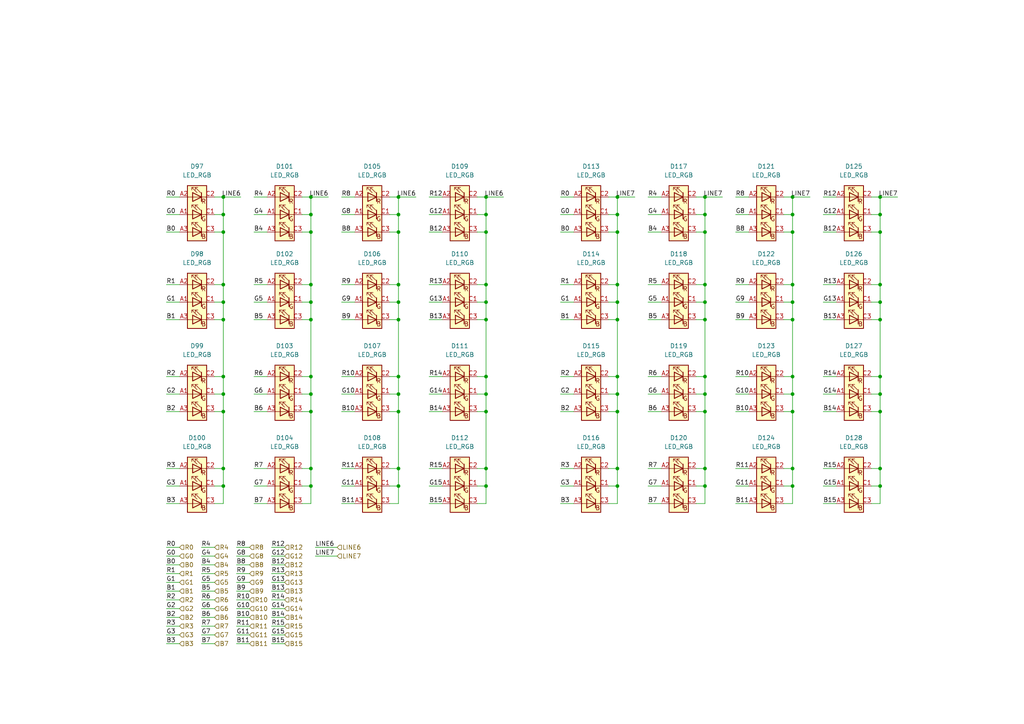
<source format=kicad_sch>
(kicad_sch (version 20250114) (generator "eeschema") (generator_version "9.0")
  (paper "A4")
  (lib_symbols
    (symbol "LRTBGVSR-4U4V-JW+8A8B-D8-3S4U-:LED_RGB" (pin_names (offset 0) (hide yes))
      (property "Reference" "D?" (at 0 13.97 0))
      (property "Value" "LED_RGB" (at 0 11.43 0))
      (symbol "LED_RGB_0_0"
        (text "R" (at -1.905 3.81 0) (effects (font (size 1.27 1.27))))
        (text "G" (at -1.905 -1.27 0) (effects (font (size 1.27 1.27))))
        (text "B" (at -1.905 -6.35 0) (effects (font (size 1.27 1.27))))
      )
      (symbol "LED_RGB_0_1"
        (polyline (pts (xy -1.27 6.35) (xy -1.27 3.81)) (stroke (width 0.254)))
        (polyline (pts (xy -1.27 6.35) (xy -1.27 3.81) (xy -1.27 3.81)))
        (polyline (pts (xy -1.27 5.08) (xy -2.54 5.08)))
        (polyline (pts (xy -1.27 5.08) (xy 1.27 5.08)))
        (polyline (pts (xy -1.27 1.27) (xy -1.27 -1.27)) (stroke (width 0.254)))
        (polyline (pts (xy -1.27 1.27) (xy -1.27 -1.27) (xy -1.27 -1.27)))
        (polyline (pts (xy -1.27 0) (xy -2.54 0)))
        (polyline (pts (xy -1.27 -3.81) (xy -1.27 -6.35)) (stroke (width 0.254)))
        (polyline (pts (xy -1.27 -5.08) (xy -2.54 -5.08)))
        (polyline (pts (xy -1.27 -5.08) (xy 1.27 -5.08)))
        (polyline (pts (xy -1.016 6.35) (xy 0.508 7.874) (xy -0.254 7.874) (xy 0.508 7.874) (xy 0.508 7.112)))
        (polyline (pts (xy -1.016 1.27) (xy 0.508 2.794) (xy -0.254 2.794) (xy 0.508 2.794) (xy 0.508 2.032)))
        (polyline (pts (xy -1.016 -3.81) (xy 0.508 -2.286) (xy -0.254 -2.286) (xy 0.508 -2.286) (xy 0.508 -3.048)))
        (polyline (pts (xy 0 6.35) (xy 1.524 7.874) (xy 0.762 7.874) (xy 1.524 7.874) (xy 1.524 7.112)))
        (polyline (pts (xy 0 1.27) (xy 1.524 2.794) (xy 0.762 2.794) (xy 1.524 2.794) (xy 1.524 2.032)))
        (polyline (pts (xy 0 -3.81) (xy 1.524 -2.286) (xy 0.762 -2.286) (xy 1.524 -2.286) (xy 1.524 -3.048)))
        (polyline (pts (xy 1.27 6.35) (xy 1.27 3.81) (xy -1.27 5.08) (xy 1.27 6.35)) (stroke (width 0.254)))
        (rectangle (start 1.27 6.35) (end 1.27 6.35))
        (polyline (pts (xy 1.27 5.08) (xy 2.54 5.08)))
        (rectangle (start 1.27 3.81) (end 1.27 6.35))
        (polyline (pts (xy 1.27 1.27) (xy 1.27 -1.27) (xy -1.27 0) (xy 1.27 1.27)) (stroke (width 0.254)))
        (rectangle (start 1.27 1.27) (end 1.27 1.27))
        (polyline (pts (xy 1.27 0) (xy -1.27 0)))
        (polyline (pts (xy 1.27 0) (xy 2.54 0)))
        (rectangle (start 1.27 -1.27) (end 1.27 1.27))
        (polyline (pts (xy 1.27 -3.81) (xy 1.27 -6.35) (xy -1.27 -5.08) (xy 1.27 -3.81)) (stroke (width 0.254)))
        (polyline (pts (xy 1.27 -5.08) (xy 2.54 -5.08)))
        (rectangle (start 2.794 8.382) (end -2.794 -7.62) (stroke (width 0.254)) (fill (type background)))
      )
      (symbol "LED_RGB_1_1"
        (pin passive line (at -5.08 5.08 0) (length 2.54) (name "RK") (number "C2"))
        (pin passive line (at -5.08 0 0) (length 2.54) (name "GK") (number "C1"))
        (pin passive line (at -5.08 -5.08 0) (length 2.54) (name "BK") (number "C3"))
        (pin passive line (at 5.08 5.08 180) (length 2.54) (name "RA") (number "A2"))
        (pin passive line (at 5.08 0 180) (length 2.54) (name "GA") (number "A1"))
        (pin passive line (at 5.08 -5.08 180) (length 2.54) (name "BA") (number "A3"))
      )
    )
  )
  (junction (at 140.97 140.97))
  (junction (at 179.07 57.15))
  (junction (at 115.57 87.63))
  (junction (at 90.17 114.3))
  (junction (at 64.77 135.89))
  (junction (at 140.97 114.3))
  (junction (at 115.57 140.97))
  (junction (at 115.57 57.15))
  (junction (at 90.17 135.89))
  (junction (at 204.47 140.97))
  (junction (at 115.57 82.55))
  (junction (at 140.97 87.63))
  (junction (at 229.87 140.97))
  (junction (at 140.97 82.55))
  (junction (at 255.27 119.38))
  (junction (at 204.47 119.38))
  (junction (at 204.47 135.89))
  (junction (at 179.07 82.55))
  (junction (at 90.17 92.71))
  (junction (at 90.17 67.31))
  (junction (at 140.97 92.71))
  (junction (at 255.27 57.15))
  (junction (at 64.77 62.23))
  (junction (at 115.57 114.3))
  (junction (at 229.87 82.55))
  (junction (at 229.87 135.89))
  (junction (at 204.47 87.63))
  (junction (at 64.77 87.63))
  (junction (at 255.27 135.89))
  (junction (at 229.87 62.23))
  (junction (at 179.07 87.63))
  (junction (at 140.97 67.31))
  (junction (at 229.87 92.71))
  (junction (at 255.27 109.22))
  (junction (at 204.47 82.55))
  (junction (at 115.57 119.38))
  (junction (at 179.07 109.22))
  (junction (at 179.07 119.38))
  (junction (at 64.77 109.22))
  (junction (at 90.17 82.55))
  (junction (at 229.87 67.31))
  (junction (at 179.07 114.3))
  (junction (at 204.47 67.31))
  (junction (at 179.07 92.71))
  (junction (at 229.87 109.22))
  (junction (at 115.57 92.71))
  (junction (at 64.77 92.71))
  (junction (at 140.97 57.15))
  (junction (at 140.97 135.89))
  (junction (at 204.47 92.71))
  (junction (at 255.27 92.71))
  (junction (at 64.77 119.38))
  (junction (at 64.77 67.31))
  (junction (at 255.27 67.31))
  (junction (at 255.27 82.55))
  (junction (at 140.97 62.23))
  (junction (at 140.97 119.38))
  (junction (at 115.57 109.22))
  (junction (at 229.87 87.63))
  (junction (at 204.47 62.23))
  (junction (at 64.77 114.3))
  (junction (at 179.07 62.23))
  (junction (at 204.47 109.22))
  (junction (at 255.27 114.3))
  (junction (at 229.87 114.3))
  (junction (at 90.17 119.38))
  (junction (at 179.07 135.89))
  (junction (at 255.27 62.23))
  (junction (at 115.57 62.23))
  (junction (at 90.17 109.22))
  (junction (at 204.47 57.15))
  (junction (at 64.77 140.97))
  (junction (at 64.77 82.55))
  (junction (at 90.17 62.23))
  (junction (at 90.17 87.63))
  (junction (at 140.97 109.22))
  (junction (at 179.07 67.31))
  (junction (at 255.27 140.97))
  (junction (at 64.77 57.15))
  (junction (at 255.27 87.63))
  (junction (at 90.17 57.15))
  (junction (at 229.87 57.15))
  (junction (at 90.17 140.97))
  (junction (at 229.87 119.38))
  (junction (at 115.57 135.89))
  (junction (at 179.07 140.97))
  (junction (at 115.57 67.31))
  (junction (at 204.47 114.3))
  (wire (pts (xy 102.87 92.71) (xy 99.06 92.71)))
  (wire (pts (xy 68.58 163.83) (xy 72.39 163.83)))
  (wire (pts (xy 128.27 67.31) (xy 124.46 67.31)))
  (wire (pts (xy 48.26 158.75) (xy 52.07 158.75)))
  (wire (pts (xy 115.57 109.22) (xy 113.03 109.22)))
  (wire (pts (xy 48.26 176.53) (xy 52.07 176.53)))
  (wire (pts (xy 128.27 114.3) (xy 124.46 114.3)))
  (wire (pts (xy 115.57 57.15) (xy 113.03 57.15)))
  (wire (pts (xy 255.27 92.71) (xy 255.27 109.22)))
  (wire (pts (xy 179.07 62.23) (xy 176.53 62.23)))
  (wire (pts (xy 90.17 114.3) (xy 90.17 119.38)))
  (wire (pts (xy 64.77 87.63) (xy 64.77 92.71)))
  (wire (pts (xy 77.47 146.05) (xy 73.66 146.05)))
  (wire (pts (xy 217.17 109.22) (xy 213.36 109.22)))
  (wire (pts (xy 58.42 161.29) (xy 62.23 161.29)))
  (wire (pts (xy 204.47 82.55) (xy 204.47 87.63)))
  (wire (pts (xy 166.37 67.31) (xy 162.56 67.31)))
  (wire (pts (xy 52.07 92.71) (xy 48.26 92.71)))
  (wire (pts (xy 191.77 119.38) (xy 187.96 119.38)))
  (wire (pts (xy 242.57 67.31) (xy 238.76 67.31)))
  (wire (pts (xy 77.47 109.22) (xy 73.66 109.22)))
  (wire (pts (xy 242.57 82.55) (xy 238.76 82.55)))
  (wire (pts (xy 64.77 119.38) (xy 62.23 119.38)))
  (wire (pts (xy 255.27 67.31) (xy 255.27 82.55)))
  (wire (pts (xy 140.97 119.38) (xy 138.43 119.38)))
  (wire (pts (xy 166.37 135.89) (xy 162.56 135.89)))
  (wire (pts (xy 115.57 67.31) (xy 113.03 67.31)))
  (wire (pts (xy 102.87 140.97) (xy 99.06 140.97)))
  (wire (pts (xy 90.17 87.63) (xy 87.63 87.63)))
  (wire (pts (xy 102.87 67.31) (xy 99.06 67.31)))
  (wire (pts (xy 64.77 67.31) (xy 62.23 67.31)))
  (wire (pts (xy 115.57 57.15) (xy 115.57 62.23)))
  (wire (pts (xy 77.47 62.23) (xy 73.66 62.23)))
  (wire (pts (xy 255.27 57.15) (xy 260.35 57.15)))
  (wire (pts (xy 78.74 186.69) (xy 82.55 186.69)))
  (wire (pts (xy 140.97 109.22) (xy 140.97 114.3)))
  (wire (pts (xy 68.58 161.29) (xy 72.39 161.29)))
  (wire (pts (xy 140.97 87.63) (xy 138.43 87.63)))
  (wire (pts (xy 229.87 57.15) (xy 229.87 62.23)))
  (wire (pts (xy 255.27 135.89) (xy 255.27 140.97)))
  (wire (pts (xy 48.26 181.61) (xy 52.07 181.61)))
  (wire (pts (xy 68.58 166.37) (xy 72.39 166.37)))
  (wire (pts (xy 102.87 82.55) (xy 99.06 82.55)))
  (wire (pts (xy 102.87 135.89) (xy 99.06 135.89)))
  (wire (pts (xy 242.57 140.97) (xy 238.76 140.97)))
  (wire (pts (xy 64.77 109.22) (xy 62.23 109.22)))
  (wire (pts (xy 166.37 114.3) (xy 162.56 114.3)))
  (wire (pts (xy 78.74 181.61) (xy 82.55 181.61)))
  (wire (pts (xy 255.27 146.05) (xy 252.73 146.05)))
  (wire (pts (xy 77.47 92.71) (xy 73.66 92.71)))
  (wire (pts (xy 102.87 87.63) (xy 99.06 87.63)))
  (wire (pts (xy 179.07 57.15) (xy 176.53 57.15)))
  (wire (pts (xy 255.27 140.97) (xy 252.73 140.97)))
  (wire (pts (xy 191.77 92.71) (xy 187.96 92.71)))
  (wire (pts (xy 48.26 186.69) (xy 52.07 186.69)))
  (wire (pts (xy 90.17 62.23) (xy 90.17 67.31)))
  (wire (pts (xy 128.27 92.71) (xy 124.46 92.71)))
  (wire (pts (xy 52.07 146.05) (xy 48.26 146.05)))
  (wire (pts (xy 90.17 57.15) (xy 95.25 57.15)))
  (wire (pts (xy 204.47 92.71) (xy 201.93 92.71)))
  (wire (pts (xy 229.87 109.22) (xy 227.33 109.22)))
  (wire (pts (xy 115.57 67.31) (xy 115.57 82.55)))
  (wire (pts (xy 217.17 92.71) (xy 213.36 92.71)))
  (wire (pts (xy 166.37 140.97) (xy 162.56 140.97)))
  (wire (pts (xy 255.27 114.3) (xy 255.27 119.38)))
  (wire (pts (xy 90.17 119.38) (xy 90.17 135.89)))
  (wire (pts (xy 204.47 119.38) (xy 204.47 135.89)))
  (wire (pts (xy 90.17 67.31) (xy 87.63 67.31)))
  (wire (pts (xy 64.77 82.55) (xy 64.77 87.63)))
  (wire (pts (xy 229.87 119.38) (xy 227.33 119.38)))
  (wire (pts (xy 115.57 92.71) (xy 113.03 92.71)))
  (wire (pts (xy 229.87 114.3) (xy 227.33 114.3)))
  (wire (pts (xy 140.97 57.15) (xy 146.05 57.15)))
  (wire (pts (xy 217.17 119.38) (xy 213.36 119.38)))
  (wire (pts (xy 229.87 140.97) (xy 227.33 140.97)))
  (wire (pts (xy 140.97 57.15) (xy 138.43 57.15)))
  (wire (pts (xy 166.37 62.23) (xy 162.56 62.23)))
  (wire (pts (xy 102.87 62.23) (xy 99.06 62.23)))
  (wire (pts (xy 191.77 62.23) (xy 187.96 62.23)))
  (wire (pts (xy 255.27 119.38) (xy 252.73 119.38)))
  (wire (pts (xy 64.77 114.3) (xy 62.23 114.3)))
  (wire (pts (xy 68.58 181.61) (xy 72.39 181.61)))
  (wire (pts (xy 77.47 135.89) (xy 73.66 135.89)))
  (wire (pts (xy 90.17 57.15) (xy 90.17 62.23)))
  (wire (pts (xy 90.17 82.55) (xy 87.63 82.55)))
  (wire (pts (xy 78.74 184.15) (xy 82.55 184.15)))
  (wire (pts (xy 48.26 168.91) (xy 52.07 168.91)))
  (wire (pts (xy 242.57 92.71) (xy 238.76 92.71)))
  (wire (pts (xy 229.87 67.31) (xy 229.87 82.55)))
  (wire (pts (xy 115.57 119.38) (xy 115.57 135.89)))
  (wire (pts (xy 128.27 119.38) (xy 124.46 119.38)))
  (wire (pts (xy 48.26 184.15) (xy 52.07 184.15)))
  (wire (pts (xy 166.37 119.38) (xy 162.56 119.38)))
  (wire (pts (xy 58.42 168.91) (xy 62.23 168.91)))
  (wire (pts (xy 191.77 87.63) (xy 187.96 87.63)))
  (wire (pts (xy 115.57 82.55) (xy 115.57 87.63)))
  (wire (pts (xy 90.17 62.23) (xy 87.63 62.23)))
  (wire (pts (xy 64.77 92.71) (xy 64.77 109.22)))
  (wire (pts (xy 64.77 62.23) (xy 62.23 62.23)))
  (wire (pts (xy 90.17 135.89) (xy 90.17 140.97)))
  (wire (pts (xy 78.74 176.53) (xy 82.55 176.53)))
  (wire (pts (xy 58.42 158.75) (xy 62.23 158.75)))
  (wire (pts (xy 229.87 87.63) (xy 229.87 92.71)))
  (wire (pts (xy 229.87 119.38) (xy 229.87 135.89)))
  (wire (pts (xy 90.17 114.3) (xy 87.63 114.3)))
  (wire (pts (xy 255.27 109.22) (xy 255.27 114.3)))
  (wire (pts (xy 48.26 163.83) (xy 52.07 163.83)))
  (wire (pts (xy 179.07 62.23) (xy 179.07 67.31)))
  (wire (pts (xy 179.07 114.3) (xy 179.07 119.38)))
  (wire (pts (xy 140.97 57.15) (xy 140.97 62.23)))
  (wire (pts (xy 115.57 87.63) (xy 115.57 92.71)))
  (wire (pts (xy 242.57 62.23) (xy 238.76 62.23)))
  (wire (pts (xy 115.57 92.71) (xy 115.57 109.22)))
  (wire (pts (xy 179.07 92.71) (xy 179.07 109.22)))
  (wire (pts (xy 204.47 57.15) (xy 201.93 57.15)))
  (wire (pts (xy 64.77 82.55) (xy 62.23 82.55)))
  (wire (pts (xy 179.07 92.71) (xy 176.53 92.71)))
  (wire (pts (xy 58.42 171.45) (xy 62.23 171.45)))
  (wire (pts (xy 204.47 57.15) (xy 204.47 62.23)))
  (wire (pts (xy 204.47 67.31) (xy 201.93 67.31)))
  (wire (pts (xy 77.47 114.3) (xy 73.66 114.3)))
  (wire (pts (xy 166.37 87.63) (xy 162.56 87.63)))
  (wire (pts (xy 191.77 140.97) (xy 187.96 140.97)))
  (wire (pts (xy 90.17 92.71) (xy 90.17 109.22)))
  (wire (pts (xy 128.27 140.97) (xy 124.46 140.97)))
  (wire (pts (xy 77.47 82.55) (xy 73.66 82.55)))
  (wire (pts (xy 48.26 161.29) (xy 52.07 161.29)))
  (wire (pts (xy 204.47 114.3) (xy 204.47 119.38)))
  (wire (pts (xy 77.47 67.31) (xy 73.66 67.31)))
  (wire (pts (xy 179.07 82.55) (xy 179.07 87.63)))
  (wire (pts (xy 229.87 146.05) (xy 227.33 146.05)))
  (wire (pts (xy 179.07 140.97) (xy 176.53 140.97)))
  (wire (pts (xy 191.77 57.15) (xy 187.96 57.15)))
  (wire (pts (xy 217.17 62.23) (xy 213.36 62.23)))
  (wire (pts (xy 191.77 114.3) (xy 187.96 114.3)))
  (wire (pts (xy 102.87 146.05) (xy 99.06 146.05)))
  (wire (pts (xy 52.07 119.38) (xy 48.26 119.38)))
  (wire (pts (xy 140.97 82.55) (xy 138.43 82.55)))
  (wire (pts (xy 115.57 114.3) (xy 113.03 114.3)))
  (wire (pts (xy 115.57 140.97) (xy 113.03 140.97)))
  (wire (pts (xy 179.07 87.63) (xy 179.07 92.71)))
  (wire (pts (xy 128.27 82.55) (xy 124.46 82.55)))
  (wire (pts (xy 90.17 109.22) (xy 87.63 109.22)))
  (wire (pts (xy 64.77 62.23) (xy 64.77 67.31)))
  (wire (pts (xy 179.07 114.3) (xy 176.53 114.3)))
  (wire (pts (xy 52.07 140.97) (xy 48.26 140.97)))
  (wire (pts (xy 90.17 109.22) (xy 90.17 114.3)))
  (wire (pts (xy 68.58 158.75) (xy 72.39 158.75)))
  (wire (pts (xy 140.97 82.55) (xy 140.97 87.63)))
  (wire (pts (xy 191.77 67.31) (xy 187.96 67.31)))
  (wire (pts (xy 52.07 114.3) (xy 48.26 114.3)))
  (wire (pts (xy 229.87 135.89) (xy 229.87 140.97)))
  (wire (pts (xy 204.47 57.15) (xy 209.55 57.15)))
  (wire (pts (xy 64.77 146.05) (xy 62.23 146.05)))
  (wire (pts (xy 166.37 109.22) (xy 162.56 109.22)))
  (wire (pts (xy 204.47 140.97) (xy 201.93 140.97)))
  (wire (pts (xy 90.17 87.63) (xy 90.17 92.71)))
  (wire (pts (xy 179.07 67.31) (xy 179.07 82.55)))
  (wire (pts (xy 78.74 161.29) (xy 82.55 161.29)))
  (wire (pts (xy 64.77 109.22) (xy 64.77 114.3)))
  (wire (pts (xy 229.87 62.23) (xy 227.33 62.23)))
  (wire (pts (xy 179.07 140.97) (xy 179.07 146.05)))
  (wire (pts (xy 78.74 173.99) (xy 82.55 173.99)))
  (wire (pts (xy 242.57 146.05) (xy 238.76 146.05)))
  (wire (pts (xy 179.07 146.05) (xy 176.53 146.05)))
  (wire (pts (xy 217.17 87.63) (xy 213.36 87.63)))
  (wire (pts (xy 204.47 135.89) (xy 204.47 140.97)))
  (wire (pts (xy 90.17 82.55) (xy 90.17 87.63)))
  (wire (pts (xy 102.87 109.22) (xy 99.06 109.22)))
  (wire (pts (xy 58.42 179.07) (xy 62.23 179.07)))
  (wire (pts (xy 229.87 92.71) (xy 229.87 109.22)))
  (wire (pts (xy 64.77 87.63) (xy 62.23 87.63)))
  (wire (pts (xy 115.57 146.05) (xy 113.03 146.05)))
  (wire (pts (xy 217.17 114.3) (xy 213.36 114.3)))
  (wire (pts (xy 68.58 179.07) (xy 72.39 179.07)))
  (wire (pts (xy 217.17 57.15) (xy 213.36 57.15)))
  (wire (pts (xy 115.57 135.89) (xy 115.57 140.97)))
  (wire (pts (xy 204.47 82.55) (xy 201.93 82.55)))
  (wire (pts (xy 115.57 82.55) (xy 113.03 82.55)))
  (wire (pts (xy 140.97 114.3) (xy 138.43 114.3)))
  (wire (pts (xy 64.77 119.38) (xy 64.77 135.89)))
  (wire (pts (xy 68.58 186.69) (xy 72.39 186.69)))
  (wire (pts (xy 68.58 176.53) (xy 72.39 176.53)))
  (wire (pts (xy 128.27 146.05) (xy 124.46 146.05)))
  (wire (pts (xy 255.27 92.71) (xy 252.73 92.71)))
  (wire (pts (xy 52.07 57.15) (xy 48.26 57.15)))
  (wire (pts (xy 77.47 119.38) (xy 73.66 119.38)))
  (wire (pts (xy 204.47 92.71) (xy 204.47 109.22)))
  (wire (pts (xy 229.87 109.22) (xy 229.87 114.3)))
  (wire (pts (xy 255.27 114.3) (xy 252.73 114.3)))
  (wire (pts (xy 64.77 57.15) (xy 64.77 62.23)))
  (wire (pts (xy 204.47 114.3) (xy 201.93 114.3)))
  (wire (pts (xy 242.57 119.38) (xy 238.76 119.38)))
  (wire (pts (xy 58.42 166.37) (xy 62.23 166.37)))
  (wire (pts (xy 102.87 114.3) (xy 99.06 114.3)))
  (wire (pts (xy 204.47 109.22) (xy 201.93 109.22)))
  (wire (pts (xy 78.74 158.75) (xy 82.55 158.75)))
  (wire (pts (xy 115.57 135.89) (xy 113.03 135.89)))
  (wire (pts (xy 255.27 135.89) (xy 252.73 135.89)))
  (wire (pts (xy 255.27 119.38) (xy 255.27 135.89)))
  (wire (pts (xy 78.74 166.37) (xy 82.55 166.37)))
  (wire (pts (xy 102.87 119.38) (xy 99.06 119.38)))
  (wire (pts (xy 191.77 146.05) (xy 187.96 146.05)))
  (wire (pts (xy 140.97 62.23) (xy 140.97 67.31)))
  (wire (pts (xy 140.97 119.38) (xy 140.97 135.89)))
  (wire (pts (xy 115.57 119.38) (xy 113.03 119.38)))
  (wire (pts (xy 179.07 57.15) (xy 184.15 57.15)))
  (wire (pts (xy 255.27 67.31) (xy 252.73 67.31)))
  (wire (pts (xy 58.42 173.99) (xy 62.23 173.99)))
  (wire (pts (xy 204.47 87.63) (xy 204.47 92.71)))
  (wire (pts (xy 204.47 87.63) (xy 201.93 87.63)))
  (wire (pts (xy 78.74 179.07) (xy 82.55 179.07)))
  (wire (pts (xy 179.07 87.63) (xy 176.53 87.63)))
  (wire (pts (xy 115.57 140.97) (xy 115.57 146.05)))
  (wire (pts (xy 58.42 184.15) (xy 62.23 184.15)))
  (wire (pts (xy 229.87 67.31) (xy 227.33 67.31)))
  (wire (pts (xy 229.87 82.55) (xy 227.33 82.55)))
  (wire (pts (xy 48.26 179.07) (xy 52.07 179.07)))
  (wire (pts (xy 191.77 109.22) (xy 187.96 109.22)))
  (wire (pts (xy 204.47 140.97) (xy 204.47 146.05)))
  (wire (pts (xy 52.07 87.63) (xy 48.26 87.63)))
  (wire (pts (xy 217.17 140.97) (xy 213.36 140.97)))
  (wire (pts (xy 140.97 140.97) (xy 140.97 146.05)))
  (wire (pts (xy 204.47 119.38) (xy 201.93 119.38)))
  (wire (pts (xy 115.57 62.23) (xy 113.03 62.23)))
  (wire (pts (xy 115.57 87.63) (xy 113.03 87.63)))
  (wire (pts (xy 242.57 109.22) (xy 238.76 109.22)))
  (wire (pts (xy 179.07 135.89) (xy 179.07 140.97)))
  (wire (pts (xy 115.57 114.3) (xy 115.57 119.38)))
  (wire (pts (xy 140.97 114.3) (xy 140.97 119.38)))
  (wire (pts (xy 229.87 87.63) (xy 227.33 87.63)))
  (wire (pts (xy 179.07 67.31) (xy 176.53 67.31)))
  (wire (pts (xy 140.97 92.71) (xy 140.97 109.22)))
  (wire (pts (xy 58.42 176.53) (xy 62.23 176.53)))
  (wire (pts (xy 77.47 57.15) (xy 73.66 57.15)))
  (wire (pts (xy 217.17 135.89) (xy 213.36 135.89)))
  (wire (pts (xy 255.27 82.55) (xy 255.27 87.63)))
  (wire (pts (xy 166.37 57.15) (xy 162.56 57.15)))
  (wire (pts (xy 102.87 57.15) (xy 99.06 57.15)))
  (wire (pts (xy 115.57 109.22) (xy 115.57 114.3)))
  (wire (pts (xy 68.58 173.99) (xy 72.39 173.99)))
  (wire (pts (xy 128.27 87.63) (xy 124.46 87.63)))
  (wire (pts (xy 52.07 109.22) (xy 48.26 109.22)))
  (wire (pts (xy 64.77 135.89) (xy 62.23 135.89)))
  (wire (pts (xy 229.87 135.89) (xy 227.33 135.89)))
  (wire (pts (xy 179.07 109.22) (xy 176.53 109.22)))
  (wire (pts (xy 166.37 146.05) (xy 162.56 146.05)))
  (wire (pts (xy 166.37 82.55) (xy 162.56 82.55)))
  (wire (pts (xy 52.07 135.89) (xy 48.26 135.89)))
  (wire (pts (xy 90.17 92.71) (xy 87.63 92.71)))
  (wire (pts (xy 78.74 163.83) (xy 82.55 163.83)))
  (wire (pts (xy 229.87 62.23) (xy 229.87 67.31)))
  (wire (pts (xy 68.58 171.45) (xy 72.39 171.45)))
  (wire (pts (xy 64.77 67.31) (xy 64.77 82.55)))
  (wire (pts (xy 68.58 168.91) (xy 72.39 168.91)))
  (wire (pts (xy 242.57 57.15) (xy 238.76 57.15)))
  (wire (pts (xy 255.27 140.97) (xy 255.27 146.05)))
  (wire (pts (xy 217.17 67.31) (xy 213.36 67.31)))
  (wire (pts (xy 128.27 109.22) (xy 124.46 109.22)))
  (wire (pts (xy 191.77 82.55) (xy 187.96 82.55)))
  (wire (pts (xy 90.17 119.38) (xy 87.63 119.38)))
  (wire (pts (xy 179.07 109.22) (xy 179.07 114.3)))
  (wire (pts (xy 78.74 168.91) (xy 82.55 168.91)))
  (wire (pts (xy 90.17 140.97) (xy 90.17 146.05)))
  (wire (pts (xy 140.97 140.97) (xy 138.43 140.97)))
  (wire (pts (xy 90.17 140.97) (xy 87.63 140.97)))
  (wire (pts (xy 229.87 57.15) (xy 234.95 57.15)))
  (wire (pts (xy 179.07 57.15) (xy 179.07 62.23)))
  (wire (pts (xy 229.87 82.55) (xy 229.87 87.63)))
  (wire (pts (xy 52.07 67.31) (xy 48.26 67.31)))
  (wire (pts (xy 115.57 57.15) (xy 120.65 57.15)))
  (wire (pts (xy 217.17 82.55) (xy 213.36 82.55)))
  (wire (pts (xy 68.58 184.15) (xy 72.39 184.15)))
  (wire (pts (xy 77.47 87.63) (xy 73.66 87.63)))
  (wire (pts (xy 140.97 135.89) (xy 138.43 135.89)))
  (wire (pts (xy 115.57 62.23) (xy 115.57 67.31)))
  (wire (pts (xy 128.27 135.89) (xy 124.46 135.89)))
  (wire (pts (xy 229.87 57.15) (xy 227.33 57.15)))
  (wire (pts (xy 128.27 57.15) (xy 124.46 57.15)))
  (wire (pts (xy 140.97 67.31) (xy 138.43 67.31)))
  (wire (pts (xy 191.77 135.89) (xy 187.96 135.89)))
  (wire (pts (xy 91.44 158.75) (xy 97.79 158.75)))
  (wire (pts (xy 242.57 135.89) (xy 238.76 135.89)))
  (wire (pts (xy 64.77 92.71) (xy 62.23 92.71)))
  (wire (pts (xy 255.27 87.63) (xy 252.73 87.63)))
  (wire (pts (xy 48.26 166.37) (xy 52.07 166.37)))
  (wire (pts (xy 255.27 82.55) (xy 252.73 82.55)))
  (wire (pts (xy 179.07 82.55) (xy 176.53 82.55)))
  (wire (pts (xy 204.47 109.22) (xy 204.47 114.3)))
  (wire (pts (xy 77.47 140.97) (xy 73.66 140.97)))
  (wire (pts (xy 48.26 173.99) (xy 52.07 173.99)))
  (wire (pts (xy 91.44 161.29) (xy 97.79 161.29)))
  (wire (pts (xy 217.17 146.05) (xy 213.36 146.05)))
  (wire (pts (xy 64.77 57.15) (xy 62.23 57.15)))
  (wire (pts (xy 58.42 163.83) (xy 62.23 163.83)))
  (wire (pts (xy 140.97 92.71) (xy 138.43 92.71)))
  (wire (pts (xy 204.47 62.23) (xy 204.47 67.31)))
  (wire (pts (xy 204.47 67.31) (xy 204.47 82.55)))
  (wire (pts (xy 90.17 146.05) (xy 87.63 146.05)))
  (wire (pts (xy 52.07 82.55) (xy 48.26 82.55)))
  (wire (pts (xy 64.77 140.97) (xy 62.23 140.97)))
  (wire (pts (xy 255.27 62.23) (xy 252.73 62.23)))
  (wire (pts (xy 179.07 119.38) (xy 179.07 135.89)))
  (wire (pts (xy 204.47 146.05) (xy 201.93 146.05)))
  (wire (pts (xy 58.42 186.69) (xy 62.23 186.69)))
  (wire (pts (xy 255.27 87.63) (xy 255.27 92.71)))
  (wire (pts (xy 255.27 57.15) (xy 252.73 57.15)))
  (wire (pts (xy 48.26 171.45) (xy 52.07 171.45)))
  (wire (pts (xy 140.97 109.22) (xy 138.43 109.22)))
  (wire (pts (xy 166.37 92.71) (xy 162.56 92.71)))
  (wire (pts (xy 128.27 62.23) (xy 124.46 62.23)))
  (wire (pts (xy 255.27 62.23) (xy 255.27 67.31)))
  (wire (pts (xy 58.42 181.61) (xy 62.23 181.61)))
  (wire (pts (xy 90.17 67.31) (xy 90.17 82.55)))
  (wire (pts (xy 255.27 109.22) (xy 252.73 109.22)))
  (wire (pts (xy 140.97 67.31) (xy 140.97 82.55)))
  (wire (pts (xy 140.97 87.63) (xy 140.97 92.71)))
  (wire (pts (xy 64.77 135.89) (xy 64.77 140.97)))
  (wire (pts (xy 52.07 62.23) (xy 48.26 62.23)))
  (wire (pts (xy 90.17 135.89) (xy 87.63 135.89)))
  (wire (pts (xy 140.97 62.23) (xy 138.43 62.23)))
  (wire (pts (xy 204.47 135.89) (xy 201.93 135.89)))
  (wire (pts (xy 64.77 114.3) (xy 64.77 119.38)))
  (wire (pts (xy 140.97 135.89) (xy 140.97 140.97)))
  (wire (pts (xy 229.87 92.71) (xy 227.33 92.71)))
  (wire (pts (xy 179.07 119.38) (xy 176.53 119.38)))
  (wire (pts (xy 140.97 146.05) (xy 138.43 146.05)))
  (wire (pts (xy 204.47 62.23) (xy 201.93 62.23)))
  (wire (pts (xy 229.87 140.97) (xy 229.87 146.05)))
  (wire (pts (xy 64.77 140.97) (xy 64.77 146.05)))
  (wire (pts (xy 78.74 171.45) (xy 82.55 171.45)))
  (wire (pts (xy 242.57 114.3) (xy 238.76 114.3)))
  (wire (pts (xy 90.17 57.15) (xy 87.63 57.15)))
  (wire (pts (xy 179.07 135.89) (xy 176.53 135.89)))
  (wire (pts (xy 64.77 57.15) (xy 69.85 57.15)))
  (wire (pts (xy 255.27 57.15) (xy 255.27 62.23)))
  (wire (pts (xy 229.87 114.3) (xy 229.87 119.38)))
  (wire (pts (xy 242.57 87.63) (xy 238.76 87.63)))
  (label "B9" (at 68.58 171.45 0))
  (label "LINE7" (at 91.44 161.29 0))
  (label "B5" (at 187.96 92.71 0))
  (label "G8" (at 68.58 161.29 0))
  (label "G15" (at 238.76 140.97 0))
  (label "G1" (at 48.26 168.91 0))
  (label "R11" (at 68.58 181.61 0))
  (label "LINE7" (at 234.95 57.15 180))
  (label "G4" (at 187.96 62.23 0))
  (label "B2" (at 48.26 119.38 0))
  (label "B12" (at 124.46 67.31 0))
  (label "B15" (at 124.46 146.05 0))
  (label "B0" (at 48.26 67.31 0))
  (label "R3" (at 48.26 135.89 0))
  (label "B9" (at 99.06 92.71 0))
  (label "R4" (at 187.96 57.15 0))
  (label "R8" (at 68.58 158.75 0))
  (label "R4" (at 73.66 57.15 0))
  (label "R13" (at 78.74 166.37 0))
  (label "R8" (at 99.06 57.15 0))
  (label "G15" (at 78.74 184.15 0))
  (label "B4" (at 58.42 163.83 0))
  (label "R0" (at 48.26 158.75 0))
  (label "B12" (at 238.76 67.31 0))
  (label "R10" (at 68.58 173.99 0))
  (label "B3" (at 162.56 146.05 0))
  (label "G11" (at 99.06 140.97 0))
  (label "R9" (at 213.36 82.55 0))
  (label "B14" (at 78.74 179.07 0))
  (label "R12" (at 78.74 158.75 0))
  (label "G9" (at 99.06 87.63 0))
  (label "R14" (at 238.76 109.22 0))
  (label "B15" (at 78.74 186.69 0))
  (label "G7" (at 73.66 140.97 0))
  (label "R0" (at 162.56 57.15 0))
  (label "LINE7" (at 184.15 57.15 180))
  (label "B6" (at 187.96 119.38 0))
  (label "R14" (at 78.74 173.99 0))
  (label "B8" (at 213.36 67.31 0))
  (label "R0" (at 48.26 57.15 0))
  (label "B8" (at 68.58 163.83 0))
  (label "R5" (at 187.96 82.55 0))
  (label "R1" (at 48.26 82.55 0))
  (label "R3" (at 48.26 181.61 0))
  (label "G14" (at 238.76 114.3 0))
  (label "B11" (at 213.36 146.05 0))
  (label "LINE6" (at 69.85 57.15 180))
  (label "R7" (at 187.96 135.89 0))
  (label "B14" (at 238.76 119.38 0))
  (label "G0" (at 48.26 161.29 0))
  (label "B14" (at 124.46 119.38 0))
  (label "R15" (at 238.76 135.89 0))
  (label "B3" (at 48.26 146.05 0))
  (label "R12" (at 238.76 57.15 0))
  (label "R3" (at 162.56 135.89 0))
  (label "B13" (at 238.76 92.71 0))
  (label "G0" (at 48.26 62.23 0))
  (label "R1" (at 48.26 166.37 0))
  (label "G6" (at 58.42 176.53 0))
  (label "B4" (at 73.66 67.31 0))
  (label "R15" (at 78.74 181.61 0))
  (label "R2" (at 48.26 173.99 0))
  (label "G12" (at 78.74 161.29 0))
  (label "R7" (at 73.66 135.89 0))
  (label "B13" (at 78.74 171.45 0))
  (label "R6" (at 187.96 109.22 0))
  (label "B12" (at 78.74 163.83 0))
  (label "G11" (at 213.36 140.97 0))
  (label "R15" (at 124.46 135.89 0))
  (label "G6" (at 73.66 114.3 0))
  (label "R5" (at 73.66 82.55 0))
  (label "R4" (at 58.42 158.75 0))
  (label "B1" (at 48.26 171.45 0))
  (label "G12" (at 124.46 62.23 0))
  (label "G4" (at 58.42 161.29 0))
  (label "B15" (at 238.76 146.05 0))
  (label "B1" (at 162.56 92.71 0))
  (label "R9" (at 99.06 82.55 0))
  (label "LINE6" (at 95.25 57.15 180))
  (label "R1" (at 162.56 82.55 0))
  (label "B6" (at 73.66 119.38 0))
  (label "R11" (at 213.36 135.89 0))
  (label "G14" (at 124.46 114.3 0))
  (label "G5" (at 187.96 87.63 0))
  (label "LINE7" (at 209.55 57.15 180))
  (label "B11" (at 99.06 146.05 0))
  (label "B8" (at 99.06 67.31 0))
  (label "B5" (at 58.42 171.45 0))
  (label "R8" (at 213.36 57.15 0))
  (label "B13" (at 124.46 92.71 0))
  (label "B4" (at 187.96 67.31 0))
  (label "G3" (at 48.26 184.15 0))
  (label "G7" (at 187.96 140.97 0))
  (label "B0" (at 162.56 67.31 0))
  (label "B11" (at 68.58 186.69 0))
  (label "B7" (at 187.96 146.05 0))
  (label "R2" (at 162.56 109.22 0))
  (label "R12" (at 124.46 57.15 0))
  (label "G15" (at 124.46 140.97 0))
  (label "R10" (at 213.36 109.22 0))
  (label "G8" (at 213.36 62.23 0))
  (label "R10" (at 99.06 109.22 0))
  (label "G12" (at 238.76 62.23 0))
  (label "G9" (at 213.36 87.63 0))
  (label "R2" (at 48.26 109.22 0))
  (label "R6" (at 73.66 109.22 0))
  (label "R9" (at 68.58 166.37 0))
  (label "B3" (at 48.26 186.69 0))
  (label "G5" (at 58.42 168.91 0))
  (label "B5" (at 73.66 92.71 0))
  (label "B6" (at 58.42 179.07 0))
  (label "R7" (at 58.42 181.61 0))
  (label "R11" (at 99.06 135.89 0))
  (label "G10" (at 99.06 114.3 0))
  (label "G6" (at 187.96 114.3 0))
  (label "LINE6" (at 120.65 57.15 180))
  (label "R13" (at 238.76 82.55 0))
  (label "G5" (at 73.66 87.63 0))
  (label "B0" (at 48.26 163.83 0))
  (label "LINE6" (at 146.05 57.15 180))
  (label "G13" (at 238.76 87.63 0))
  (label "G2" (at 48.26 114.3 0))
  (label "G1" (at 48.26 87.63 0))
  (label "LINE7" (at 260.35 57.15 180))
  (label "B1" (at 48.26 92.71 0))
  (label "B7" (at 58.42 186.69 0))
  (label "G10" (at 68.58 176.53 0))
  (label "R14" (at 124.46 109.22 0))
  (label "G13" (at 124.46 87.63 0))
  (label "LINE6" (at 91.44 158.75 0))
  (label "B9" (at 213.36 92.71 0))
  (label "R6" (at 58.42 173.99 0))
  (label "B2" (at 48.26 179.07 0))
  (label "G3" (at 48.26 140.97 0))
  (label "B10" (at 68.58 179.07 0))
  (label "G4" (at 73.66 62.23 0))
  (label "B10" (at 99.06 119.38 0))
  (label "G3" (at 162.56 140.97 0))
  (label "G2" (at 48.26 176.53 0))
  (label "G14" (at 78.74 176.53 0))
  (label "G10" (at 213.36 114.3 0))
  (label "G11" (at 68.58 184.15 0))
  (label "G13" (at 78.74 168.91 0))
  (label "G1" (at 162.56 87.63 0))
  (label "G7" (at 58.42 184.15 0))
  (label "B2" (at 162.56 119.38 0))
  (label "R13" (at 124.46 82.55 0))
  (label "B7" (at 73.66 146.05 0))
  (label "G8" (at 99.06 62.23 0))
  (label "B10" (at 213.36 119.38 0))
  (label "G2" (at 162.56 114.3 0))
  (label "G0" (at 162.56 62.23 0))
  (label "G9" (at 68.58 168.91 0))
  (label "R5" (at 58.42 166.37 0))
  (hierarchical_label "R14" (shape input) (at 82.55 173.99 0))
  (hierarchical_label "B4" (shape input) (at 62.23 163.83 0))
  (hierarchical_label "B5" (shape input) (at 62.23 171.45 0))
  (hierarchical_label "R2" (shape input) (at 52.07 173.99 0))
  (hierarchical_label "G2" (shape input) (at 52.07 176.53 0))
  (hierarchical_label "R7" (shape input) (at 62.23 181.61 0))
  (hierarchical_label "R10" (shape input) (at 72.39 173.99 0))
  (hierarchical_label "R5" (shape input) (at 62.23 166.37 0))
  (hierarchical_label "B10" (shape input) (at 72.39 179.07 0))
  (hierarchical_label "R0" (shape input) (at 52.07 158.75 0))
  (hierarchical_label "B2" (shape input) (at 52.07 179.07 0))
  (hierarchical_label "G7" (shape input) (at 62.23 184.15 0))
  (hierarchical_label "B8" (shape input) (at 72.39 163.83 0))
  (hierarchical_label "B12" (shape input) (at 82.55 163.83 0))
  (hierarchical_label "R3" (shape input) (at 52.07 181.61 0))
  (hierarchical_label "G13" (shape input) (at 82.55 168.91 0))
  (hierarchical_label "R15" (shape input) (at 82.55 181.61 0))
  (hierarchical_label "G0" (shape input) (at 52.07 161.29 0))
  (hierarchical_label "R11" (shape input) (at 72.39 181.61 0))
  (hierarchical_label "G5" (shape input) (at 62.23 168.91 0))
  (hierarchical_label "G3" (shape input) (at 52.07 184.15 0))
  (hierarchical_label "LINE6" (shape input) (at 97.79 158.75 0))
  (hierarchical_label "B3" (shape input) (at 52.07 186.69 0))
  (hierarchical_label "B1" (shape input) (at 52.07 171.45 0))
  (hierarchical_label "G9" (shape input) (at 72.39 168.91 0))
  (hierarchical_label "G14" (shape input) (at 82.55 176.53 0))
  (hierarchical_label "G11" (shape input) (at 72.39 184.15 0))
  (hierarchical_label "B6" (shape input) (at 62.23 179.07 0))
  (hierarchical_label "G10" (shape input) (at 72.39 176.53 0))
  (hierarchical_label "B0" (shape input) (at 52.07 163.83 0))
  (hierarchical_label "G12" (shape input) (at 82.55 161.29 0))
  (hierarchical_label "B13" (shape input) (at 82.55 171.45 0))
  (hierarchical_label "R13" (shape input) (at 82.55 166.37 0))
  (hierarchical_label "R4" (shape input) (at 62.23 158.75 0))
  (hierarchical_label "R8" (shape input) (at 72.39 158.75 0))
  (hierarchical_label "G1" (shape input) (at 52.07 168.91 0))
  (hierarchical_label "G8" (shape input) (at 72.39 161.29 0))
  (hierarchical_label "R12" (shape input) (at 82.55 158.75 0))
  (hierarchical_label "G4" (shape input) (at 62.23 161.29 0))
  (hierarchical_label "B9" (shape input) (at 72.39 171.45 0))
  (hierarchical_label "B14" (shape input) (at 82.55 179.07 0))
  (hierarchical_label "B11" (shape input) (at 72.39 186.69 0))
  (hierarchical_label "R1" (shape input) (at 52.07 166.37 0))
  (hierarchical_label "R6" (shape input) (at 62.23 173.99 0))
  (hierarchical_label "B7" (shape input) (at 62.23 186.69 0))
  (hierarchical_label "LINE7" (shape input) (at 97.79 161.29 0))
  (hierarchical_label "B15" (shape input) (at 82.55 186.69 0))
  (hierarchical_label "G15" (shape input) (at 82.55 184.15 0))
  (hierarchical_label "G6" (shape input) (at 62.23 176.53 0))
  (hierarchical_label "R9" (shape input) (at 72.39 166.37 0))
  (symbol (lib_id "LRTBGVSR-4U4V-JW+8A8B-D8-3S4U-:LED_RGB") (at 171.45 140.97 0) (mirror y) (unit 1)
    (property "Reference" "D116" (at 171.45 127 0))
    (property "Value" "LED_RGB" (at 171.45 129.54 0))
    (property "Footprint" "LRTBGVSR-4U4V-JW+8A8B-D8-3S4U-7Z:LRTBGVSR4U4VJW8A8BD83S4U7Z" (effects (hide yes)))
    (property "Description" "RGB LED, 6 pin package" (effects (hide yes)))
  )
  (symbol (lib_id "LRTBGVSR-4U4V-JW+8A8B-D8-3S4U-:LED_RGB") (at 222.25 87.63 0) (mirror y) (unit 1)
    (property "Reference" "D122" (at 222.25 73.66 0))
    (property "Value" "LED_RGB" (at 222.25 76.2 0))
    (property "Footprint" "LRTBGVSR-4U4V-JW+8A8B-D8-3S4U-7Z:LRTBGVSR4U4VJW8A8BD83S4U7Z" (effects (hide yes)))
    (property "Description" "RGB LED, 6 pin package" (effects (hide yes)))
  )
  (symbol (lib_id "LRTBGVSR-4U4V-JW+8A8B-D8-3S4U-:LED_RGB") (at 82.55 114.3 0) (mirror y) (unit 1)
    (property "Reference" "D103" (at 82.55 100.33 0))
    (property "Value" "LED_RGB" (at 82.55 102.87 0))
    (property "Footprint" "LRTBGVSR-4U4V-JW+8A8B-D8-3S4U-7Z:LRTBGVSR4U4VJW8A8BD83S4U7Z" (effects (hide yes)))
    (property "Description" "RGB LED, 6 pin package" (effects (hide yes)))
  )
  (symbol (lib_id "LRTBGVSR-4U4V-JW+8A8B-D8-3S4U-:LED_RGB") (at 133.35 114.3 0) (mirror y) (unit 1)
    (property "Reference" "D111" (at 133.35 100.33 0))
    (property "Value" "LED_RGB" (at 133.35 102.87 0))
    (property "Footprint" "LRTBGVSR-4U4V-JW+8A8B-D8-3S4U-7Z:LRTBGVSR4U4VJW8A8BD83S4U7Z" (effects (hide yes)))
    (property "Description" "RGB LED, 6 pin package" (effects (hide yes)))
  )
  (symbol (lib_id "LRTBGVSR-4U4V-JW+8A8B-D8-3S4U-:LED_RGB") (at 82.55 62.23 0) (mirror y) (unit 1)
    (property "Reference" "D101" (at 82.55 48.26 0))
    (property "Value" "LED_RGB" (at 82.55 50.8 0))
    (property "Footprint" "LRTBGVSR-4U4V-JW+8A8B-D8-3S4U-7Z:LRTBGVSR4U4VJW8A8BD83S4U7Z" (effects (hide yes)))
    (property "Description" "RGB LED, 6 pin package" (effects (hide yes)))
  )
  (symbol (lib_id "LRTBGVSR-4U4V-JW+8A8B-D8-3S4U-:LED_RGB") (at 196.85 87.63 0) (mirror y) (unit 1)
    (property "Reference" "D118" (at 196.85 73.66 0))
    (property "Value" "LED_RGB" (at 196.85 76.2 0))
    (property "Footprint" "LRTBGVSR-4U4V-JW+8A8B-D8-3S4U-7Z:LRTBGVSR4U4VJW8A8BD83S4U7Z" (effects (hide yes)))
    (property "Description" "RGB LED, 6 pin package" (effects (hide yes)))
  )
  (symbol (lib_id "LRTBGVSR-4U4V-JW+8A8B-D8-3S4U-:LED_RGB") (at 107.95 62.23 0) (mirror y) (unit 1)
    (property "Reference" "D105" (at 107.95 48.26 0))
    (property "Value" "LED_RGB" (at 107.95 50.8 0))
    (property "Footprint" "LRTBGVSR-4U4V-JW+8A8B-D8-3S4U-7Z:LRTBGVSR4U4VJW8A8BD83S4U7Z" (effects (hide yes)))
    (property "Description" "RGB LED, 6 pin package" (effects (hide yes)))
  )
  (symbol (lib_id "LRTBGVSR-4U4V-JW+8A8B-D8-3S4U-:LED_RGB") (at 247.65 140.97 0) (mirror y) (unit 1)
    (property "Reference" "D128" (at 247.65 127 0))
    (property "Value" "LED_RGB" (at 247.65 129.54 0))
    (property "Footprint" "LRTBGVSR-4U4V-JW+8A8B-D8-3S4U-7Z:LRTBGVSR4U4VJW8A8BD83S4U7Z" (effects (hide yes)))
    (property "Description" "RGB LED, 6 pin package" (effects (hide yes)))
  )
  (symbol (lib_id "LRTBGVSR-4U4V-JW+8A8B-D8-3S4U-:LED_RGB") (at 57.15 62.23 0) (mirror y) (unit 1)
    (property "Reference" "D97" (at 57.15 48.26 0))
    (property "Value" "LED_RGB" (at 57.15 50.8 0))
    (property "Footprint" "LRTBGVSR-4U4V-JW+8A8B-D8-3S4U-7Z:LRTBGVSR4U4VJW8A8BD83S4U7Z" (effects (hide yes)))
    (property "Description" "RGB LED, 6 pin package" (effects (hide yes)))
  )
  (symbol (lib_id "LRTBGVSR-4U4V-JW+8A8B-D8-3S4U-:LED_RGB") (at 171.45 87.63 0) (mirror y) (unit 1)
    (property "Reference" "D114" (at 171.45 73.66 0))
    (property "Value" "LED_RGB" (at 171.45 76.2 0))
    (property "Footprint" "LRTBGVSR-4U4V-JW+8A8B-D8-3S4U-7Z:LRTBGVSR4U4VJW8A8BD83S4U7Z" (effects (hide yes)))
    (property "Description" "RGB LED, 6 pin package" (effects (hide yes)))
  )
  (symbol (lib_id "LRTBGVSR-4U4V-JW+8A8B-D8-3S4U-:LED_RGB") (at 247.65 87.63 0) (mirror y) (unit 1)
    (property "Reference" "D126" (at 247.65 73.66 0))
    (property "Value" "LED_RGB" (at 247.65 76.2 0))
    (property "Footprint" "LRTBGVSR-4U4V-JW+8A8B-D8-3S4U-7Z:LRTBGVSR4U4VJW8A8BD83S4U7Z" (effects (hide yes)))
    (property "Description" "RGB LED, 6 pin package" (effects (hide yes)))
  )
  (symbol (lib_id "LRTBGVSR-4U4V-JW+8A8B-D8-3S4U-:LED_RGB") (at 133.35 140.97 0) (mirror y) (unit 1)
    (property "Reference" "D112" (at 133.35 127 0))
    (property "Value" "LED_RGB" (at 133.35 129.54 0))
    (property "Footprint" "LRTBGVSR-4U4V-JW+8A8B-D8-3S4U-7Z:LRTBGVSR4U4VJW8A8BD83S4U7Z" (effects (hide yes)))
    (property "Description" "RGB LED, 6 pin package" (effects (hide yes)))
  )
  (symbol (lib_id "LRTBGVSR-4U4V-JW+8A8B-D8-3S4U-:LED_RGB") (at 107.95 114.3 0) (mirror y) (unit 1)
    (property "Reference" "D107" (at 107.95 100.33 0))
    (property "Value" "LED_RGB" (at 107.95 102.87 0))
    (property "Footprint" "LRTBGVSR-4U4V-JW+8A8B-D8-3S4U-7Z:LRTBGVSR4U4VJW8A8BD83S4U7Z" (effects (hide yes)))
    (property "Description" "RGB LED, 6 pin package" (effects (hide yes)))
  )
  (symbol (lib_id "LRTBGVSR-4U4V-JW+8A8B-D8-3S4U-:LED_RGB") (at 222.25 114.3 0) (mirror y) (unit 1)
    (property "Reference" "D123" (at 222.25 100.33 0))
    (property "Value" "LED_RGB" (at 222.25 102.87 0))
    (property "Footprint" "LRTBGVSR-4U4V-JW+8A8B-D8-3S4U-7Z:LRTBGVSR4U4VJW8A8BD83S4U7Z" (effects (hide yes)))
    (property "Description" "RGB LED, 6 pin package" (effects (hide yes)))
  )
  (symbol (lib_id "LRTBGVSR-4U4V-JW+8A8B-D8-3S4U-:LED_RGB") (at 107.95 87.63 0) (mirror y) (unit 1)
    (property "Reference" "D106" (at 107.95 73.66 0))
    (property "Value" "LED_RGB" (at 107.95 76.2 0))
    (property "Footprint" "LRTBGVSR-4U4V-JW+8A8B-D8-3S4U-7Z:LRTBGVSR4U4VJW8A8BD83S4U7Z" (effects (hide yes)))
    (property "Description" "RGB LED, 6 pin package" (effects (hide yes)))
  )
  (symbol (lib_id "LRTBGVSR-4U4V-JW+8A8B-D8-3S4U-:LED_RGB") (at 196.85 140.97 0) (mirror y) (unit 1)
    (property "Reference" "D120" (at 196.85 127 0))
    (property "Value" "LED_RGB" (at 196.85 129.54 0))
    (property "Footprint" "LRTBGVSR-4U4V-JW+8A8B-D8-3S4U-7Z:LRTBGVSR4U4VJW8A8BD83S4U7Z" (effects (hide yes)))
    (property "Description" "RGB LED, 6 pin package" (effects (hide yes)))
  )
  (symbol (lib_id "LRTBGVSR-4U4V-JW+8A8B-D8-3S4U-:LED_RGB") (at 57.15 114.3 0) (mirror y) (unit 1)
    (property "Reference" "D99" (at 57.15 100.33 0))
    (property "Value" "LED_RGB" (at 57.15 102.87 0))
    (property "Footprint" "LRTBGVSR-4U4V-JW+8A8B-D8-3S4U-7Z:LRTBGVSR4U4VJW8A8BD83S4U7Z" (effects (hide yes)))
    (property "Description" "RGB LED, 6 pin package" (effects (hide yes)))
  )
  (symbol (lib_id "LRTBGVSR-4U4V-JW+8A8B-D8-3S4U-:LED_RGB") (at 222.25 140.97 0) (mirror y) (unit 1)
    (property "Reference" "D124" (at 222.25 127 0))
    (property "Value" "LED_RGB" (at 222.25 129.54 0))
    (property "Footprint" "LRTBGVSR-4U4V-JW+8A8B-D8-3S4U-7Z:LRTBGVSR4U4VJW8A8BD83S4U7Z" (effects (hide yes)))
    (property "Description" "RGB LED, 6 pin package" (effects (hide yes)))
  )
  (symbol (lib_id "LRTBGVSR-4U4V-JW+8A8B-D8-3S4U-:LED_RGB") (at 82.55 87.63 0) (mirror y) (unit 1)
    (property "Reference" "D102" (at 82.55 73.66 0))
    (property "Value" "LED_RGB" (at 82.55 76.2 0))
    (property "Footprint" "LRTBGVSR-4U4V-JW+8A8B-D8-3S4U-7Z:LRTBGVSR4U4VJW8A8BD83S4U7Z" (effects (hide yes)))
    (property "Description" "RGB LED, 6 pin package" (effects (hide yes)))
  )
  (symbol (lib_id "LRTBGVSR-4U4V-JW+8A8B-D8-3S4U-:LED_RGB") (at 57.15 87.63 0) (mirror y) (unit 1)
    (property "Reference" "D98" (at 57.15 73.66 0))
    (property "Value" "LED_RGB" (at 57.15 76.2 0))
    (property "Footprint" "LRTBGVSR-4U4V-JW+8A8B-D8-3S4U-7Z:LRTBGVSR4U4VJW8A8BD83S4U7Z" (effects (hide yes)))
    (property "Description" "RGB LED, 6 pin package" (effects (hide yes)))
  )
  (symbol (lib_id "LRTBGVSR-4U4V-JW+8A8B-D8-3S4U-:LED_RGB") (at 171.45 114.3 0) (mirror y) (unit 1)
    (property "Reference" "D115" (at 171.45 100.33 0))
    (property "Value" "LED_RGB" (at 171.45 102.87 0))
    (property "Footprint" "LRTBGVSR-4U4V-JW+8A8B-D8-3S4U-7Z:LRTBGVSR4U4VJW8A8BD83S4U7Z" (effects (hide yes)))
    (property "Description" "RGB LED, 6 pin package" (effects (hide yes)))
  )
  (symbol (lib_id "LRTBGVSR-4U4V-JW+8A8B-D8-3S4U-:LED_RGB") (at 133.35 62.23 0) (mirror y) (unit 1)
    (property "Reference" "D109" (at 133.35 48.26 0))
    (property "Value" "LED_RGB" (at 133.35 50.8 0))
    (property "Footprint" "LRTBGVSR-4U4V-JW+8A8B-D8-3S4U-7Z:LRTBGVSR4U4VJW8A8BD83S4U7Z" (effects (hide yes)))
    (property "Description" "RGB LED, 6 pin package" (effects (hide yes)))
  )
  (symbol (lib_id "LRTBGVSR-4U4V-JW+8A8B-D8-3S4U-:LED_RGB") (at 57.15 140.97 0) (mirror y) (unit 1)
    (property "Reference" "D100" (at 57.15 127 0))
    (property "Value" "LED_RGB" (at 57.15 129.54 0))
    (property "Footprint" "LRTBGVSR-4U4V-JW+8A8B-D8-3S4U-7Z:LRTBGVSR4U4VJW8A8BD83S4U7Z" (effects (hide yes)))
    (property "Description" "RGB LED, 6 pin package" (effects (hide yes)))
  )
  (symbol (lib_id "LRTBGVSR-4U4V-JW+8A8B-D8-3S4U-:LED_RGB") (at 196.85 114.3 0) (mirror y) (unit 1)
    (property "Reference" "D119" (at 196.85 100.33 0))
    (property "Value" "LED_RGB" (at 196.85 102.87 0))
    (property "Footprint" "LRTBGVSR-4U4V-JW+8A8B-D8-3S4U-7Z:LRTBGVSR4U4VJW8A8BD83S4U7Z" (effects (hide yes)))
    (property "Description" "RGB LED, 6 pin package" (effects (hide yes)))
  )
  (symbol (lib_id "LRTBGVSR-4U4V-JW+8A8B-D8-3S4U-:LED_RGB") (at 133.35 87.63 0) (mirror y) (unit 1)
    (property "Reference" "D110" (at 133.35 73.66 0))
    (property "Value" "LED_RGB" (at 133.35 76.2 0))
    (property "Footprint" "LRTBGVSR-4U4V-JW+8A8B-D8-3S4U-7Z:LRTBGVSR4U4VJW8A8BD83S4U7Z" (effects (hide yes)))
    (property "Description" "RGB LED, 6 pin package" (effects (hide yes)))
  )
  (symbol (lib_id "LRTBGVSR-4U4V-JW+8A8B-D8-3S4U-:LED_RGB") (at 196.85 62.23 0) (mirror y) (unit 1)
    (property "Reference" "D117" (at 196.85 48.26 0))
    (property "Value" "LED_RGB" (at 196.85 50.8 0))
    (property "Footprint" "LRTBGVSR-4U4V-JW+8A8B-D8-3S4U-7Z:LRTBGVSR4U4VJW8A8BD83S4U7Z" (effects (hide yes)))
    (property "Description" "RGB LED, 6 pin package" (effects (hide yes)))
  )
  (symbol (lib_id "LRTBGVSR-4U4V-JW+8A8B-D8-3S4U-:LED_RGB") (at 247.65 114.3 0) (mirror y) (unit 1)
    (property "Reference" "D127" (at 247.65 100.33 0))
    (property "Value" "LED_RGB" (at 247.65 102.87 0))
    (property "Footprint" "LRTBGVSR-4U4V-JW+8A8B-D8-3S4U-7Z:LRTBGVSR4U4VJW8A8BD83S4U7Z" (effects (hide yes)))
    (property "Description" "RGB LED, 6 pin package" (effects (hide yes)))
  )
  (symbol (lib_id "LRTBGVSR-4U4V-JW+8A8B-D8-3S4U-:LED_RGB") (at 171.45 62.23 0) (mirror y) (unit 1)
    (property "Reference" "D113" (at 171.45 48.26 0))
    (property "Value" "LED_RGB" (at 171.45 50.8 0))
    (property "Footprint" "LRTBGVSR-4U4V-JW+8A8B-D8-3S4U-7Z:LRTBGVSR4U4VJW8A8BD83S4U7Z" (effects (hide yes)))
    (property "Description" "RGB LED, 6 pin package" (effects (hide yes)))
  )
  (symbol (lib_id "LRTBGVSR-4U4V-JW+8A8B-D8-3S4U-:LED_RGB") (at 247.65 62.23 0) (mirror y) (unit 1)
    (property "Reference" "D125" (at 247.65 48.26 0))
    (property "Value" "LED_RGB" (at 247.65 50.8 0))
    (property "Footprint" "LRTBGVSR-4U4V-JW+8A8B-D8-3S4U-7Z:LRTBGVSR4U4VJW8A8BD83S4U7Z" (effects (hide yes)))
    (property "Description" "RGB LED, 6 pin package" (effects (hide yes)))
  )
  (symbol (lib_id "LRTBGVSR-4U4V-JW+8A8B-D8-3S4U-:LED_RGB") (at 107.95 140.97 0) (mirror y) (unit 1)
    (property "Reference" "D108" (at 107.95 127 0))
    (property "Value" "LED_RGB" (at 107.95 129.54 0))
    (property "Footprint" "LRTBGVSR-4U4V-JW+8A8B-D8-3S4U-7Z:LRTBGVSR4U4VJW8A8BD83S4U7Z" (effects (hide yes)))
    (property "Description" "RGB LED, 6 pin package" (effects (hide yes)))
  )
  (symbol (lib_id "LRTBGVSR-4U4V-JW+8A8B-D8-3S4U-:LED_RGB") (at 222.25 62.23 0) (mirror y) (unit 1)
    (property "Reference" "D121" (at 222.25 48.26 0))
    (property "Value" "LED_RGB" (at 222.25 50.8 0))
    (property "Footprint" "LRTBGVSR-4U4V-JW+8A8B-D8-3S4U-7Z:LRTBGVSR4U4VJW8A8BD83S4U7Z" (effects (hide yes)))
    (property "Description" "RGB LED, 6 pin package" (effects (hide yes)))
  )
  (symbol (lib_id "LRTBGVSR-4U4V-JW+8A8B-D8-3S4U-:LED_RGB") (at 82.55 140.97 0) (mirror y) (unit 1)
    (property "Reference" "D104" (at 82.55 127 0))
    (property "Value" "LED_RGB" (at 82.55 129.54 0))
    (property "Footprint" "LRTBGVSR-4U4V-JW+8A8B-D8-3S4U-7Z:LRTBGVSR4U4VJW8A8BD83S4U7Z" (effects (hide yes)))
    (property "Description" "RGB LED, 6 pin package" (effects (hide yes)))
  )
)
</source>
